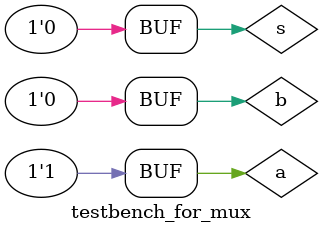
<source format=sv>
module testbench_for_mux;

  logic y, s, a, b;

  mux1 g1 (y, a, b, s);

initial
  begin
  a = '1;
  b = '0;
  s = '0;
  #5ns s = '1;
  #5ns s = '0;
  #5ns s = '1;
  #5ns s = '0;
  #5ns s = '1;
  #5ns s = '0;
  end
endmodule
</source>
